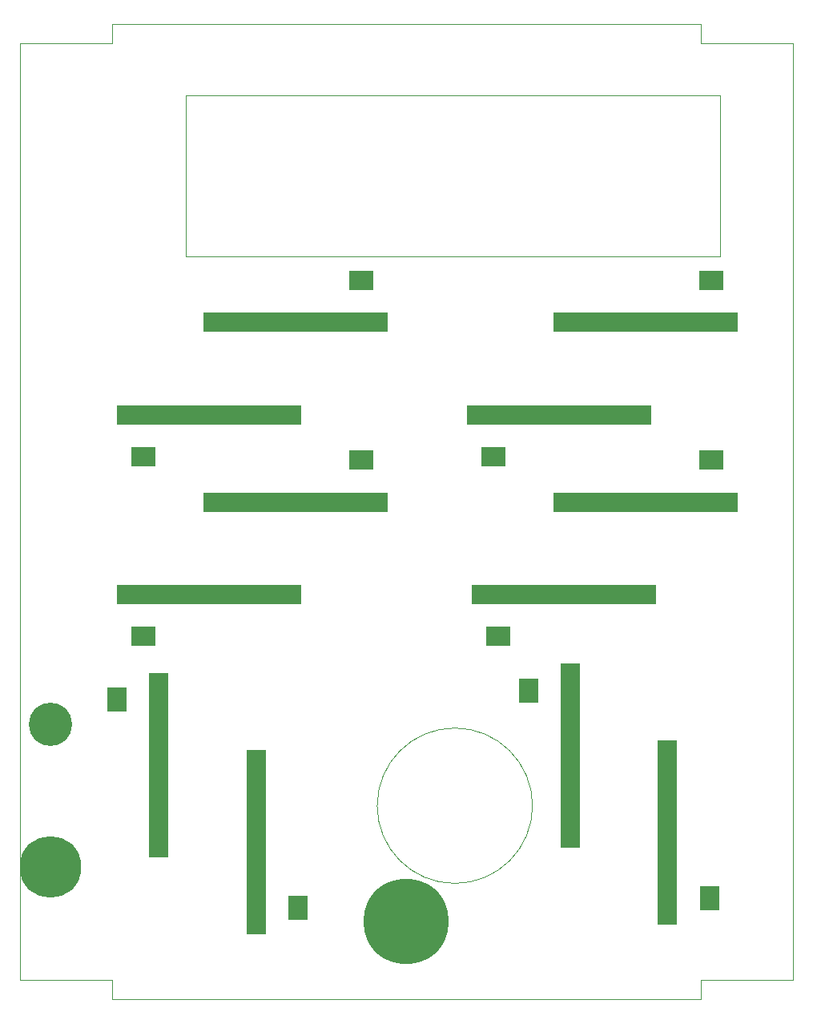
<source format=gts>
G04 #@! TF.FileFunction,Soldermask,Top*
%FSLAX46Y46*%
G04 Gerber Fmt 4.6, Leading zero omitted, Abs format (unit mm)*
G04 Created by KiCad (PCBNEW (after 2015-mar-04 BZR unknown)-product) date Wed 15 Apr 2015 11:51:05 AM CDT*
%MOMM*%
G01*
G04 APERTURE LIST*
%ADD10C,0.150000*%
%ADD11C,0.099060*%
%ADD12C,4.572000*%
%ADD13C,6.507480*%
%ADD14C,9.006840*%
%ADD15R,2.565400X2.032000*%
%ADD16R,19.558000X2.032000*%
%ADD17R,2.032000X2.565400*%
%ADD18R,2.032000X19.558000*%
G04 APERTURE END LIST*
D10*
D11*
X69171820Y-64648080D02*
X69171820Y-62638940D01*
X59420760Y-64648080D02*
X69171820Y-64648080D01*
X131396740Y-64648080D02*
X141150340Y-64648080D01*
X131396740Y-62638940D02*
X131396740Y-64648080D01*
X113609750Y-145200000D02*
G75*
G03X113609750Y-145200000I-8209750J0D01*
G01*
X69171820Y-62638940D02*
X131396740Y-62638940D01*
X131391660Y-163639500D02*
X131391660Y-165638480D01*
X69171820Y-163639500D02*
X69171820Y-165638480D01*
X131391660Y-165638480D02*
X69171820Y-165638480D01*
X76921360Y-70139560D02*
X76921360Y-87139780D01*
X133421120Y-70139560D02*
X133421120Y-87139780D01*
X76921360Y-70139560D02*
X133421120Y-70139560D01*
X133421120Y-87139780D02*
X76921360Y-87139780D01*
X141150340Y-163639500D02*
X131391660Y-163639500D01*
X141150340Y-64648080D02*
X141150340Y-163639500D01*
X59420760Y-163639500D02*
X59420760Y-64648080D01*
X59420760Y-163639500D02*
X69171820Y-163639500D01*
D12*
X62621160Y-136639300D03*
D13*
X62621160Y-151638000D03*
D14*
X100281740Y-157388560D03*
D15*
X95491500Y-89674320D03*
D16*
X88570000Y-94119320D03*
D15*
X72508500Y-108325680D03*
D16*
X79430000Y-103880680D03*
D15*
X132491500Y-89674320D03*
D16*
X125570000Y-94119320D03*
D15*
X109508500Y-108325680D03*
D16*
X116430000Y-103880680D03*
D15*
X72508500Y-127325680D03*
D16*
X79430000Y-122880680D03*
D15*
X95491500Y-108674320D03*
D16*
X88570000Y-113119320D03*
D15*
X110008500Y-127325680D03*
D16*
X116930000Y-122880680D03*
D15*
X132491500Y-108674320D03*
D16*
X125570000Y-113119320D03*
D17*
X88825680Y-155991500D03*
D18*
X84380680Y-149070000D03*
D17*
X69674320Y-134008500D03*
D18*
X74119320Y-140930000D03*
D17*
X132325680Y-154991500D03*
D18*
X127880680Y-148070000D03*
D17*
X113174320Y-133008500D03*
D18*
X117619320Y-139930000D03*
M02*

</source>
